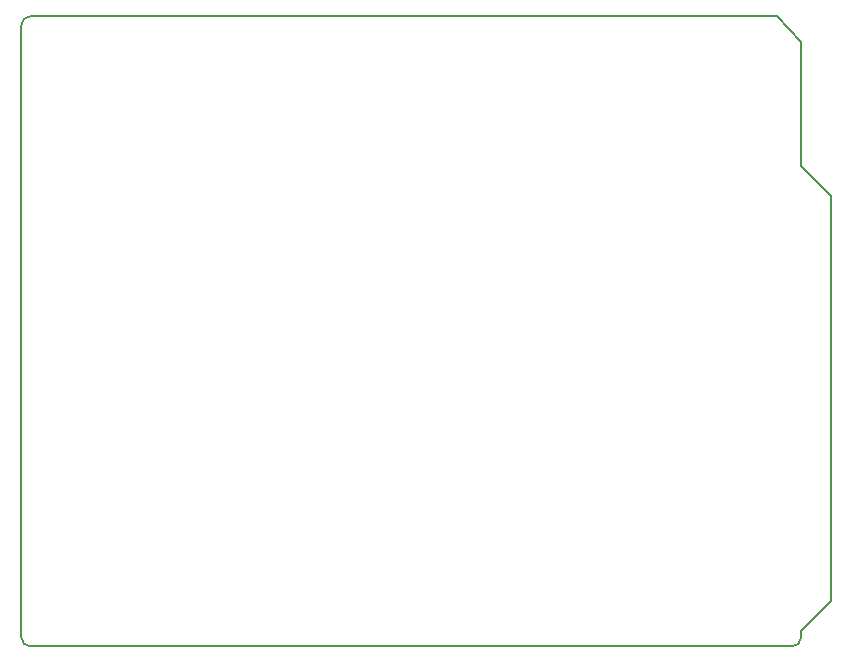
<source format=gbr>
%TF.GenerationSoftware,KiCad,Pcbnew,8.0.2*%
%TF.CreationDate,2024-05-18T14:33:59+02:00*%
%TF.ProjectId,SDHD_Lab,53444844-5f4c-4616-922e-6b696361645f,R1.0*%
%TF.SameCoordinates,Original*%
%TF.FileFunction,Profile,NP*%
%FSLAX46Y46*%
G04 Gerber Fmt 4.6, Leading zero omitted, Abs format (unit mm)*
G04 Created by KiCad (PCBNEW 8.0.2) date 2024-05-18 14:33:59*
%MOMM*%
%LPD*%
G01*
G04 APERTURE LIST*
%TA.AperFunction,Profile*%
%ADD10C,0.150000*%
%TD*%
G04 APERTURE END LIST*
D10*
X166040000Y-59360000D02*
X168580000Y-61900000D01*
X100000000Y-99238000D02*
X100000000Y-47422000D01*
X168580000Y-61900000D02*
X168580000Y-96190000D01*
X165278000Y-100000000D02*
X100762000Y-100000000D01*
X100762000Y-46660000D02*
X164000000Y-46660000D01*
X100762000Y-100000000D02*
G75*
G02*
X100000000Y-99238000I0J762000D01*
G01*
X168580000Y-96190000D02*
X166040000Y-98730000D01*
X164000000Y-46660000D02*
X166040000Y-48800000D01*
X166040000Y-99238000D02*
G75*
G02*
X165278000Y-100000000I-762000J0D01*
G01*
X166040000Y-48800000D02*
X166040000Y-59360000D01*
X166040000Y-98730000D02*
X166040000Y-99238000D01*
X100000000Y-47422000D02*
G75*
G02*
X100762000Y-46660000I762000J0D01*
G01*
M02*

</source>
